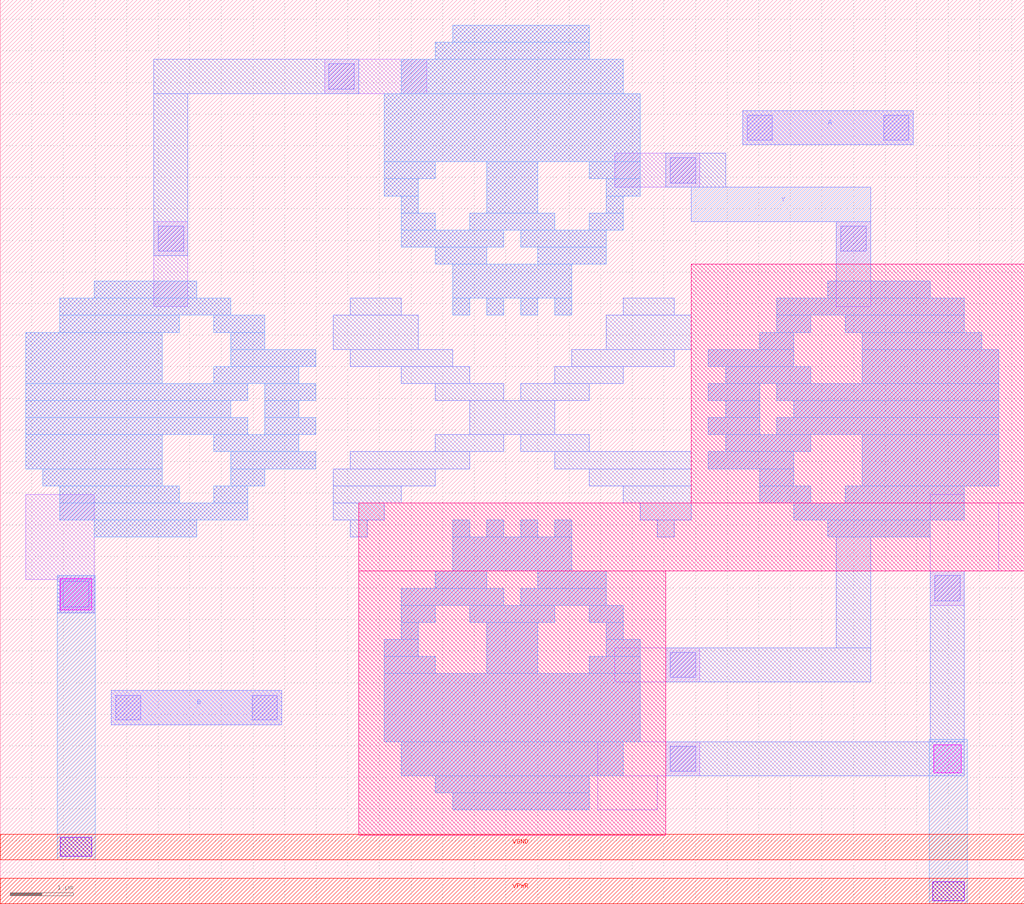
<source format=lef>
VERSION 5.7 ;
  NOWIREEXTENSIONATPIN ON ;
  DIVIDERCHAR "/" ;
  BUSBITCHARS "[]" ;
MACRO skullfet_nand
  CLASS BLOCK ;
  FOREIGN skullfet_nand ;
  ORIGIN 0.000 0.000 ;
  SIZE 16.200 BY 14.310 ;
  PIN A
    DIRECTION INPUT ;
    USE SIGNAL ;
    ANTENNAGATEAREA 4.374000 ;
    PORT
      LAYER met1 ;
        RECT 11.745 12.015 14.445 12.555 ;
    END
  END A
  PIN B
    DIRECTION INPUT ;
    USE SIGNAL ;
    ANTENNAGATEAREA 4.374000 ;
    PORT
      LAYER met1 ;
        RECT 1.755 2.835 4.455 3.375 ;
    END
  END B
  PIN Y
    DIRECTION OUTPUT ;
    USE SIGNAL ;
    ANTENNADIFFAREA 17.714699 ;
    PORT
      LAYER met1 ;
        RECT 10.935 10.800 13.770 11.340 ;
    END
  END Y
  PIN VPWR
    DIRECTION INPUT ;
    USE POWER ;
    PORT
      LAYER met3 ;
        RECT 0.000 0.000 16.200 0.400 ;
    END
  END VPWR
  PIN VGND
    DIRECTION INPUT ;
    USE GROUND ;
    PORT
      LAYER met3 ;
        RECT 0.000 0.700 16.200 1.100 ;
    END
  END VGND
  OBS
      LAYER nwell ;
        RECT 10.935 6.345 16.200 10.125 ;
        RECT 5.670 5.265 16.200 6.345 ;
        RECT 5.670 1.080 10.530 5.265 ;
      LAYER li1 ;
        RECT 5.130 12.825 6.750 13.365 ;
        RECT 11.745 12.015 14.445 12.555 ;
        RECT 9.720 11.340 11.070 11.880 ;
        RECT 2.430 9.450 2.970 10.800 ;
        RECT 13.230 9.450 13.770 10.800 ;
        RECT 0.405 5.130 1.485 6.480 ;
        RECT 0.945 4.600 1.485 5.130 ;
        RECT 14.715 6.345 15.255 6.480 ;
        RECT 14.715 5.265 15.795 6.345 ;
        RECT 14.715 4.725 15.255 5.265 ;
        RECT 9.720 3.510 11.070 4.050 ;
        RECT 1.755 2.835 4.455 3.375 ;
        RECT 9.450 2.025 11.070 2.565 ;
        RECT 9.450 1.485 10.395 2.025 ;
      LAYER mcon ;
        RECT 5.200 12.895 5.600 13.295 ;
        RECT 11.820 12.090 12.210 12.480 ;
        RECT 13.980 12.090 14.370 12.480 ;
        RECT 10.600 11.410 11.000 11.810 ;
        RECT 2.500 10.330 2.900 10.730 ;
        RECT 13.300 10.330 13.700 10.730 ;
        RECT 1.000 4.700 1.400 5.100 ;
        RECT 14.785 4.795 15.185 5.195 ;
        RECT 10.600 3.580 11.000 3.980 ;
        RECT 1.830 2.910 2.220 3.300 ;
        RECT 3.990 2.910 4.380 3.300 ;
        RECT 10.600 2.095 11.000 2.495 ;
      LAYER met1 ;
        RECT 7.155 13.635 9.315 13.905 ;
        RECT 6.885 13.365 9.315 13.635 ;
        RECT 2.430 12.825 5.670 13.365 ;
        RECT 6.345 12.825 9.855 13.365 ;
        RECT 2.430 10.260 2.970 12.825 ;
        RECT 6.075 11.745 10.125 12.825 ;
        RECT 6.075 11.475 6.885 11.745 ;
        RECT 6.075 11.205 6.615 11.475 ;
        RECT 6.345 10.935 6.615 11.205 ;
        RECT 7.695 10.935 8.505 11.745 ;
        RECT 9.315 11.475 10.125 11.745 ;
        RECT 9.585 11.205 10.125 11.475 ;
        RECT 10.530 11.340 11.475 11.880 ;
        RECT 9.585 10.935 9.855 11.205 ;
        RECT 6.345 10.665 6.885 10.935 ;
        RECT 7.425 10.665 8.775 10.935 ;
        RECT 9.315 10.665 9.855 10.935 ;
        RECT 6.345 10.395 7.965 10.665 ;
        RECT 8.235 10.395 9.585 10.665 ;
        RECT 6.885 10.125 7.695 10.395 ;
        RECT 8.505 10.125 9.585 10.395 ;
        RECT 1.485 9.585 3.105 9.855 ;
        RECT 7.155 9.585 9.045 10.125 ;
        RECT 13.230 9.855 13.770 10.800 ;
        RECT 13.095 9.585 14.715 9.855 ;
        RECT 0.945 9.315 3.645 9.585 ;
        RECT 5.535 9.315 6.345 9.585 ;
        RECT 7.155 9.315 7.425 9.585 ;
        RECT 7.695 9.315 7.965 9.585 ;
        RECT 8.235 9.315 8.505 9.585 ;
        RECT 8.775 9.315 9.045 9.585 ;
        RECT 9.855 9.315 10.665 9.585 ;
        RECT 12.285 9.315 15.255 9.585 ;
        RECT 0.945 9.045 2.835 9.315 ;
        RECT 3.375 9.045 4.185 9.315 ;
        RECT 0.405 8.235 2.565 9.045 ;
        RECT 3.645 8.775 4.185 9.045 ;
        RECT 5.265 8.775 6.615 9.315 ;
        RECT 9.585 8.775 10.935 9.315 ;
        RECT 12.285 9.045 12.825 9.315 ;
        RECT 13.365 9.045 15.255 9.315 ;
        RECT 12.015 8.775 12.555 9.045 ;
        RECT 3.645 8.505 4.995 8.775 ;
        RECT 5.535 8.505 7.155 8.775 ;
        RECT 9.045 8.505 10.665 8.775 ;
        RECT 11.205 8.505 12.555 8.775 ;
        RECT 13.635 8.775 15.525 9.045 ;
        RECT 3.375 8.235 4.725 8.505 ;
        RECT 6.345 8.235 7.425 8.505 ;
        RECT 8.775 8.235 9.855 8.505 ;
        RECT 11.475 8.235 12.825 8.505 ;
        RECT 13.635 8.235 15.795 8.775 ;
        RECT 0.405 7.965 3.915 8.235 ;
        RECT 4.185 7.965 4.995 8.235 ;
        RECT 6.885 7.965 7.965 8.235 ;
        RECT 8.235 7.965 9.315 8.235 ;
        RECT 11.205 7.965 12.015 8.235 ;
        RECT 12.285 7.965 15.795 8.235 ;
        RECT 0.405 7.695 3.645 7.965 ;
        RECT 4.185 7.695 4.725 7.965 ;
        RECT 0.405 7.425 3.915 7.695 ;
        RECT 4.185 7.425 4.995 7.695 ;
        RECT 7.425 7.425 8.775 7.965 ;
        RECT 11.475 7.695 12.015 7.965 ;
        RECT 12.555 7.695 15.795 7.965 ;
        RECT 11.205 7.425 12.015 7.695 ;
        RECT 12.285 7.425 15.795 7.695 ;
        RECT 0.405 6.885 2.565 7.425 ;
        RECT 3.375 7.155 4.725 7.425 ;
        RECT 6.885 7.155 7.965 7.425 ;
        RECT 8.235 7.155 9.315 7.425 ;
        RECT 11.475 7.155 12.825 7.425 ;
        RECT 0.675 6.615 2.565 6.885 ;
        RECT 3.645 6.885 4.995 7.155 ;
        RECT 5.535 6.885 7.425 7.155 ;
        RECT 8.775 6.885 10.935 7.155 ;
        RECT 11.205 6.885 12.555 7.155 ;
        RECT 3.645 6.615 4.185 6.885 ;
        RECT 5.265 6.615 6.885 6.885 ;
        RECT 9.315 6.615 10.935 6.885 ;
        RECT 0.945 6.345 2.835 6.615 ;
        RECT 3.375 6.345 3.915 6.615 ;
        RECT 0.945 6.075 3.915 6.345 ;
        RECT 5.265 6.345 6.345 6.615 ;
        RECT 9.855 6.345 10.935 6.615 ;
        RECT 12.015 6.615 12.555 6.885 ;
        RECT 13.635 6.615 15.795 7.425 ;
        RECT 12.015 6.345 12.825 6.615 ;
        RECT 13.365 6.345 15.255 6.615 ;
        RECT 5.265 6.075 6.075 6.345 ;
        RECT 10.125 6.075 10.935 6.345 ;
        RECT 12.555 6.075 15.255 6.345 ;
        RECT 1.485 5.805 3.105 6.075 ;
        RECT 5.535 5.805 5.805 6.075 ;
        RECT 7.155 5.805 7.425 6.075 ;
        RECT 7.695 5.805 7.965 6.075 ;
        RECT 8.235 5.805 8.505 6.075 ;
        RECT 8.775 5.805 9.045 6.075 ;
        RECT 10.395 5.805 10.665 6.075 ;
        RECT 13.095 5.805 14.715 6.075 ;
        RECT 7.155 5.265 9.045 5.805 ;
        RECT 0.900 4.600 1.500 5.200 ;
        RECT 6.885 4.995 7.695 5.265 ;
        RECT 8.505 4.995 9.585 5.265 ;
        RECT 6.345 4.725 7.965 4.995 ;
        RECT 8.235 4.725 9.585 4.995 ;
        RECT 6.345 4.455 6.885 4.725 ;
        RECT 7.425 4.455 8.775 4.725 ;
        RECT 9.315 4.455 9.855 4.725 ;
        RECT 6.345 4.185 6.615 4.455 ;
        RECT 6.075 3.915 6.615 4.185 ;
        RECT 6.075 3.645 6.885 3.915 ;
        RECT 7.695 3.645 8.505 4.455 ;
        RECT 9.585 4.185 9.855 4.455 ;
        RECT 9.585 3.915 10.125 4.185 ;
        RECT 13.230 4.050 13.770 5.805 ;
        RECT 9.315 3.645 10.125 3.915 ;
        RECT 6.075 2.565 10.125 3.645 ;
        RECT 10.530 3.510 13.770 4.050 ;
        RECT 14.715 2.565 15.255 5.265 ;
        RECT 6.345 2.025 9.855 2.565 ;
        RECT 10.530 2.025 15.255 2.565 ;
        RECT 6.885 1.755 9.315 2.025 ;
        RECT 7.155 1.485 9.315 1.755 ;
      LAYER via ;
        RECT 0.950 4.650 1.450 5.150 ;
        RECT 14.765 2.075 15.205 2.515 ;
      LAYER met2 ;
        RECT 7.155 13.635 9.315 13.905 ;
        RECT 6.885 13.365 9.315 13.635 ;
        RECT 6.345 12.825 9.855 13.365 ;
        RECT 6.075 11.745 10.125 12.825 ;
        RECT 6.075 11.475 6.885 11.745 ;
        RECT 6.075 11.205 6.615 11.475 ;
        RECT 6.345 10.935 6.615 11.205 ;
        RECT 7.695 10.935 8.505 11.745 ;
        RECT 9.315 11.475 10.125 11.745 ;
        RECT 9.585 11.205 10.125 11.475 ;
        RECT 9.585 10.935 9.855 11.205 ;
        RECT 6.345 10.665 6.885 10.935 ;
        RECT 7.425 10.665 8.775 10.935 ;
        RECT 9.315 10.665 9.855 10.935 ;
        RECT 6.345 10.395 7.965 10.665 ;
        RECT 8.235 10.395 9.585 10.665 ;
        RECT 6.885 10.125 7.695 10.395 ;
        RECT 8.505 10.125 9.585 10.395 ;
        RECT 1.485 9.585 3.105 9.855 ;
        RECT 7.155 9.585 9.045 10.125 ;
        RECT 13.095 9.585 14.715 9.855 ;
        RECT 0.945 9.315 3.645 9.585 ;
        RECT 7.155 9.315 7.425 9.585 ;
        RECT 7.695 9.315 7.965 9.585 ;
        RECT 8.235 9.315 8.505 9.585 ;
        RECT 8.775 9.315 9.045 9.585 ;
        RECT 12.285 9.315 15.255 9.585 ;
        RECT 0.945 9.045 2.835 9.315 ;
        RECT 3.375 9.045 4.185 9.315 ;
        RECT 12.285 9.045 12.825 9.315 ;
        RECT 13.365 9.045 15.255 9.315 ;
        RECT 0.405 8.235 2.565 9.045 ;
        RECT 3.645 8.775 4.185 9.045 ;
        RECT 12.015 8.775 12.555 9.045 ;
        RECT 3.645 8.505 4.995 8.775 ;
        RECT 11.205 8.505 12.555 8.775 ;
        RECT 13.635 8.775 15.525 9.045 ;
        RECT 3.375 8.235 4.725 8.505 ;
        RECT 11.475 8.235 12.825 8.505 ;
        RECT 13.635 8.235 15.795 8.775 ;
        RECT 0.405 7.965 3.915 8.235 ;
        RECT 4.185 7.965 4.995 8.235 ;
        RECT 11.205 7.965 12.015 8.235 ;
        RECT 12.285 7.965 15.795 8.235 ;
        RECT 0.405 7.695 3.645 7.965 ;
        RECT 4.185 7.695 4.725 7.965 ;
        RECT 11.475 7.695 12.015 7.965 ;
        RECT 12.555 7.695 15.795 7.965 ;
        RECT 0.405 7.425 3.915 7.695 ;
        RECT 4.185 7.425 4.995 7.695 ;
        RECT 11.205 7.425 12.015 7.695 ;
        RECT 12.285 7.425 15.795 7.695 ;
        RECT 0.405 6.885 2.565 7.425 ;
        RECT 3.375 7.155 4.725 7.425 ;
        RECT 11.475 7.155 12.825 7.425 ;
        RECT 0.675 6.615 2.565 6.885 ;
        RECT 3.645 6.885 4.995 7.155 ;
        RECT 11.205 6.885 12.555 7.155 ;
        RECT 3.645 6.615 4.185 6.885 ;
        RECT 12.015 6.615 12.555 6.885 ;
        RECT 13.635 6.615 15.795 7.425 ;
        RECT 0.945 6.345 2.835 6.615 ;
        RECT 3.375 6.345 3.915 6.615 ;
        RECT 12.015 6.345 12.825 6.615 ;
        RECT 13.365 6.345 15.255 6.615 ;
        RECT 0.945 6.075 3.915 6.345 ;
        RECT 12.555 6.075 15.255 6.345 ;
        RECT 1.485 5.805 3.105 6.075 ;
        RECT 7.155 5.805 7.425 6.075 ;
        RECT 7.695 5.805 7.965 6.075 ;
        RECT 8.235 5.805 8.505 6.075 ;
        RECT 8.775 5.805 9.045 6.075 ;
        RECT 13.095 5.805 14.715 6.075 ;
        RECT 7.155 5.265 9.045 5.805 ;
        RECT 0.900 0.700 1.500 5.200 ;
        RECT 6.885 4.995 7.695 5.265 ;
        RECT 8.505 4.995 9.585 5.265 ;
        RECT 6.345 4.725 7.965 4.995 ;
        RECT 8.235 4.725 9.585 4.995 ;
        RECT 6.345 4.455 6.885 4.725 ;
        RECT 7.425 4.455 8.775 4.725 ;
        RECT 9.315 4.455 9.855 4.725 ;
        RECT 6.345 4.185 6.615 4.455 ;
        RECT 6.075 3.915 6.615 4.185 ;
        RECT 6.075 3.645 6.885 3.915 ;
        RECT 7.695 3.645 8.505 4.455 ;
        RECT 9.585 4.185 9.855 4.455 ;
        RECT 9.585 3.915 10.125 4.185 ;
        RECT 9.315 3.645 10.125 3.915 ;
        RECT 6.075 2.565 10.125 3.645 ;
        RECT 6.345 2.025 9.855 2.565 ;
        RECT 6.885 1.755 9.315 2.025 ;
        RECT 7.155 1.485 9.315 1.755 ;
        RECT 14.700 0.000 15.300 2.600 ;
      LAYER via2 ;
        RECT 0.950 0.750 1.450 1.050 ;
        RECT 14.750 0.050 15.250 0.350 ;
  END
END skullfet_nand
END LIBRARY


</source>
